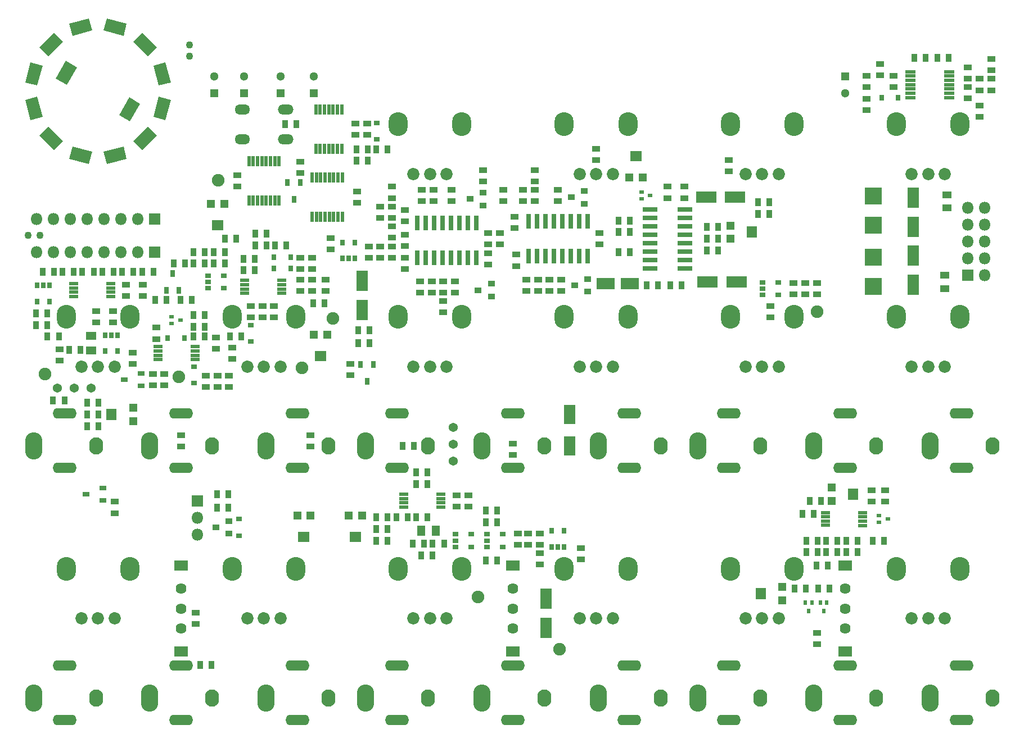
<source format=gbs>
G04 #@! TF.FileFunction,Soldermask,Bot*
%FSLAX46Y46*%
G04 Gerber Fmt 4.6, Leading zero omitted, Abs format (unit mm)*
G04 Created by KiCad (PCBNEW 4.0.2-stable) date 2017-11-28 12:45:38 PM*
%MOMM*%
G01*
G04 APERTURE LIST*
%ADD10C,0.200000*%
%ADD11C,1.370000*%
%ADD12O,2.600000X4.100000*%
%ADD13O,2.100000X2.600000*%
%ADD14O,3.600000X1.600000*%
%ADD15C,1.100000*%
%ADD16R,1.400480X0.500000*%
%ADD17R,0.912800X1.243000*%
%ADD18R,1.700200X3.099740*%
%ADD19R,1.243000X0.912800*%
%ADD20R,3.099740X1.700200*%
%ADD21R,2.700960X1.700200*%
%ADD22R,0.801040X1.100760*%
%ADD23R,0.862000X0.709600*%
%ADD24R,1.100760X0.801040*%
%ADD25R,0.709600X0.862000*%
%ADD26R,1.300000X1.300000*%
%ADD27C,1.300000*%
%ADD28R,2.497760X2.497760*%
%ADD29R,1.350000X1.100000*%
%ADD30R,1.800000X1.800000*%
%ADD31O,1.800000X1.800000*%
%ADD32R,1.000000X0.900000*%
%ADD33R,1.243000X1.497000*%
%ADD34C,1.624000*%
%ADD35R,2.100000X1.600000*%
%ADD36O,2.300000X1.500000*%
%ADD37O,2.350000X1.500000*%
%ADD38R,1.497000X1.243000*%
%ADD39R,1.700000X2.900000*%
%ADD40R,0.550000X1.550000*%
%ADD41R,0.550000X1.600000*%
%ADD42R,0.699440X2.299640*%
%ADD43R,2.299640X0.699440*%
%ADD44R,1.550000X0.550000*%
%ADD45R,1.700000X1.600000*%
%ADD46R,1.600000X1.700000*%
%ADD47R,0.700000X0.600000*%
%ADD48R,0.600000X0.700000*%
%ADD49R,0.900000X0.650000*%
%ADD50R,0.650000X0.900000*%
%ADD51C,1.900000*%
%ADD52O,2.900000X3.600000*%
%ADD53C,1.850000*%
G04 APERTURE END LIST*
D10*
D11*
X91900000Y-98750000D03*
X89360000Y-98750000D03*
X94440000Y-98750000D03*
D12*
X103300000Y-107500000D03*
D13*
X112700000Y-107500000D03*
D14*
X108000000Y-102600000D03*
X108000000Y-110800000D03*
D15*
X86750000Y-75750000D03*
X85000000Y-75750000D03*
X109250000Y-48750000D03*
D16*
X91806000Y-84955400D03*
X91806000Y-84320400D03*
X91806000Y-83660000D03*
X91806000Y-83025000D03*
X97394000Y-83025000D03*
X97394000Y-83672700D03*
X97394000Y-84320400D03*
X97394000Y-84968100D03*
D11*
X149000000Y-107250000D03*
X149000000Y-104710000D03*
X149000000Y-109790000D03*
D16*
X117556000Y-84455400D03*
X117556000Y-83820400D03*
X117556000Y-83160000D03*
X117556000Y-82525000D03*
X123144000Y-82525000D03*
X123144000Y-83172700D03*
X123144000Y-83820400D03*
X123144000Y-84468100D03*
X104556000Y-94455400D03*
X104556000Y-93820400D03*
X104556000Y-93160000D03*
X104556000Y-92525000D03*
X110144000Y-92525000D03*
X110144000Y-93172700D03*
X110144000Y-93820400D03*
X110144000Y-94468100D03*
D17*
X113399100Y-114750000D03*
X115100900Y-114750000D03*
D18*
X135250000Y-82550360D03*
X135250000Y-86949640D03*
D19*
X138000000Y-79100900D03*
X138000000Y-77399100D03*
X139750000Y-74399100D03*
X139750000Y-76100900D03*
D17*
X142100900Y-118250000D03*
X140399100Y-118250000D03*
D19*
X148750000Y-70600900D03*
X148750000Y-68899100D03*
D17*
X89600900Y-91000000D03*
X87899100Y-91000000D03*
X155600900Y-119000000D03*
X153899100Y-119000000D03*
D19*
X99750000Y-83149100D03*
X99750000Y-84850900D03*
X149250000Y-82649100D03*
X149250000Y-84350900D03*
X103750000Y-98350900D03*
X103750000Y-96649100D03*
X113250000Y-92850900D03*
X113250000Y-91149100D03*
X164750000Y-70600900D03*
X164750000Y-68899100D03*
X115250000Y-96899100D03*
X115250000Y-98600900D03*
D20*
X187050360Y-70000000D03*
X191449640Y-70000000D03*
D17*
X206850900Y-123500000D03*
X205149100Y-123500000D03*
X112899100Y-78250000D03*
X114600900Y-78250000D03*
D19*
X126000000Y-82399100D03*
X126000000Y-84100900D03*
X165250000Y-82399100D03*
X165250000Y-84100900D03*
D20*
X191699640Y-82750000D03*
X187300360Y-82750000D03*
D21*
X175550860Y-83000000D03*
X171949140Y-83000000D03*
D19*
X202000000Y-82899100D03*
X202000000Y-84600900D03*
D18*
X163000000Y-130550360D03*
X163000000Y-134949640D03*
D19*
X160250000Y-122350900D03*
X160250000Y-120649100D03*
X211250000Y-55149100D03*
X211250000Y-56850900D03*
D17*
X218399100Y-49000000D03*
X220100900Y-49000000D03*
X212149100Y-121750000D03*
X213850900Y-121750000D03*
X202649100Y-115750000D03*
X204350900Y-115750000D03*
D19*
X228250000Y-56149100D03*
X228250000Y-57850900D03*
X230000000Y-50850900D03*
X230000000Y-49149100D03*
D17*
X175600900Y-78250000D03*
X173899100Y-78250000D03*
X183350900Y-83250000D03*
X181649100Y-83250000D03*
D19*
X134250000Y-60600900D03*
X134250000Y-58899100D03*
X154250000Y-80100900D03*
X154250000Y-78399100D03*
X156500000Y-68899100D03*
X156500000Y-70600900D03*
D17*
X136100900Y-64500000D03*
X134399100Y-64500000D03*
D19*
X95250000Y-87149100D03*
X95250000Y-88850900D03*
D17*
X88850900Y-81250000D03*
X87149100Y-81250000D03*
D19*
X115750000Y-94350900D03*
X115750000Y-92649100D03*
X104250000Y-89649100D03*
X104250000Y-91350900D03*
D17*
X127899100Y-86000000D03*
X129600900Y-86000000D03*
D19*
X130500000Y-76149100D03*
X130500000Y-77850900D03*
X134500000Y-69149100D03*
X134500000Y-70850900D03*
D17*
X120850900Y-75500000D03*
X119149100Y-75500000D03*
D18*
X218250000Y-70050360D03*
X218250000Y-74449640D03*
X218250000Y-78800360D03*
X218250000Y-83199640D03*
D22*
X136000000Y-97770000D03*
X136952500Y-95230000D03*
X135047500Y-95230000D03*
X125000000Y-70270000D03*
X125952500Y-67730000D03*
X124047500Y-67730000D03*
D23*
X116750000Y-120994600D03*
X116750000Y-118505400D03*
D24*
X93730000Y-114750000D03*
X96270000Y-115702500D03*
X96270000Y-113797500D03*
D25*
X106005400Y-91250000D03*
X108494600Y-91250000D03*
D23*
X110000000Y-97994600D03*
X110000000Y-95505400D03*
X118500000Y-89255400D03*
X118500000Y-91744600D03*
D25*
X124494600Y-80750000D03*
X122005400Y-80750000D03*
X122005400Y-79000000D03*
X124494600Y-79000000D03*
D26*
X113000000Y-54270000D03*
D27*
X113000000Y-51730000D03*
D26*
X117500000Y-54270000D03*
D27*
X117500000Y-51730000D03*
D26*
X123000000Y-54270000D03*
D27*
X123000000Y-51730000D03*
D26*
X128000000Y-54270000D03*
D27*
X128000000Y-51730000D03*
D25*
X215994600Y-55000000D03*
X213505400Y-55000000D03*
D23*
X137500000Y-61244600D03*
X137500000Y-58755400D03*
D28*
X212250000Y-74199640D03*
X212250000Y-69800360D03*
X212250000Y-83449640D03*
X212250000Y-79050360D03*
D29*
X223300000Y-71600000D03*
X223300000Y-69600000D03*
X223000000Y-81750000D03*
X223000000Y-83750000D03*
D12*
X135800000Y-107500000D03*
D13*
X145200000Y-107500000D03*
D14*
X140500000Y-102600000D03*
X140500000Y-110800000D03*
D12*
X170800000Y-107500000D03*
D13*
X180200000Y-107500000D03*
D14*
X175500000Y-102600000D03*
X175500000Y-110800000D03*
D12*
X170800000Y-145500000D03*
D13*
X180200000Y-145500000D03*
D14*
X175500000Y-140600000D03*
X175500000Y-148800000D03*
D12*
X135800000Y-145500000D03*
D13*
X145200000Y-145500000D03*
D14*
X140500000Y-140600000D03*
X140500000Y-148800000D03*
D12*
X85800000Y-145500000D03*
D13*
X95200000Y-145500000D03*
D14*
X90500000Y-140600000D03*
X90500000Y-148800000D03*
D12*
X120800000Y-145500000D03*
D13*
X130200000Y-145500000D03*
D14*
X125500000Y-140600000D03*
X125500000Y-148800000D03*
D12*
X85800000Y-107500000D03*
D13*
X95200000Y-107500000D03*
D14*
X90500000Y-102600000D03*
X90500000Y-110800000D03*
D12*
X120800000Y-107500000D03*
D13*
X130200000Y-107500000D03*
D14*
X125500000Y-102600000D03*
X125500000Y-110800000D03*
D12*
X185800000Y-145500000D03*
D13*
X195200000Y-145500000D03*
D14*
X190500000Y-140600000D03*
X190500000Y-148800000D03*
D12*
X220800000Y-145500000D03*
D13*
X230200000Y-145500000D03*
D14*
X225500000Y-140600000D03*
X225500000Y-148800000D03*
D12*
X185800000Y-107500000D03*
D13*
X195200000Y-107500000D03*
D14*
X190500000Y-102600000D03*
X190500000Y-110800000D03*
D12*
X203300000Y-107500000D03*
D13*
X212700000Y-107500000D03*
D14*
X208000000Y-102600000D03*
X208000000Y-110800000D03*
D12*
X220800000Y-107500000D03*
D13*
X230200000Y-107500000D03*
D14*
X225500000Y-102600000D03*
X225500000Y-110800000D03*
D12*
X153300000Y-107500000D03*
D13*
X162700000Y-107500000D03*
D14*
X158000000Y-102600000D03*
X158000000Y-110800000D03*
D12*
X103300000Y-145500000D03*
D13*
X112700000Y-145500000D03*
D14*
X108000000Y-140600000D03*
X108000000Y-148800000D03*
D12*
X153300000Y-145500000D03*
D13*
X162700000Y-145500000D03*
D14*
X158000000Y-140600000D03*
X158000000Y-148800000D03*
D12*
X203300000Y-145500000D03*
D13*
X212700000Y-145500000D03*
D14*
X208000000Y-140600000D03*
X208000000Y-148800000D03*
D30*
X226500000Y-81750000D03*
D31*
X229040000Y-81750000D03*
X226500000Y-79210000D03*
X229040000Y-79210000D03*
X226500000Y-76670000D03*
X229040000Y-76670000D03*
X226500000Y-74130000D03*
X229040000Y-74130000D03*
X226500000Y-71590000D03*
X229040000Y-71590000D03*
D32*
X115250000Y-118800000D03*
X115250000Y-120700000D03*
X113250000Y-119750000D03*
D24*
X99480000Y-97500000D03*
X102020000Y-98452500D03*
X102020000Y-96547500D03*
D17*
X91850900Y-81250000D03*
X90149100Y-81250000D03*
X94850900Y-81250000D03*
X93149100Y-81250000D03*
D19*
X133500000Y-96850900D03*
X133500000Y-95149100D03*
X126000000Y-64649100D03*
X126000000Y-66350900D03*
X108000000Y-105899100D03*
X108000000Y-107600900D03*
D17*
X97850900Y-81250000D03*
X96149100Y-81250000D03*
X100850900Y-81250000D03*
X99149100Y-81250000D03*
X113399100Y-116750000D03*
X115100900Y-116750000D03*
X136350900Y-92000000D03*
X134649100Y-92000000D03*
X136350900Y-90000000D03*
X134649100Y-90000000D03*
D19*
X98000000Y-117600900D03*
X98000000Y-115899100D03*
D17*
X103850900Y-81250000D03*
X102149100Y-81250000D03*
D19*
X151250000Y-114899100D03*
X151250000Y-116600900D03*
X136250000Y-77399100D03*
X136250000Y-79100900D03*
X139750000Y-79100900D03*
X139750000Y-77399100D03*
X149500000Y-116600900D03*
X149500000Y-114899100D03*
X139750000Y-73100900D03*
X139750000Y-71399100D03*
D17*
X143399100Y-113250000D03*
X145100900Y-113250000D03*
X139100900Y-121750000D03*
X137399100Y-121750000D03*
X143100900Y-107500000D03*
X141399100Y-107500000D03*
X139100900Y-120000000D03*
X137399100Y-120000000D03*
D19*
X138000000Y-73100900D03*
X138000000Y-71399100D03*
X139750000Y-68399100D03*
X139750000Y-70100900D03*
X141750000Y-77350900D03*
X141750000Y-75649100D03*
D17*
X139100900Y-118250000D03*
X137399100Y-118250000D03*
D19*
X144250000Y-68899100D03*
X144250000Y-70600900D03*
D17*
X86149100Y-87500000D03*
X87850900Y-87500000D03*
X90450900Y-100600000D03*
X88749100Y-100600000D03*
X95600900Y-101000000D03*
X93899100Y-101000000D03*
X86149100Y-89250000D03*
X87850900Y-89250000D03*
X95600900Y-104500000D03*
X93899100Y-104500000D03*
X95600900Y-102750000D03*
X93899100Y-102750000D03*
X145100900Y-111500000D03*
X143399100Y-111500000D03*
X145100900Y-118250000D03*
X143399100Y-118250000D03*
X142899100Y-122250000D03*
X144600900Y-122250000D03*
D19*
X141750000Y-73600900D03*
X141750000Y-71899100D03*
X89750000Y-94600900D03*
X89750000Y-92899100D03*
D33*
X146329500Y-120250000D03*
X144170500Y-120250000D03*
D19*
X146000000Y-68899100D03*
X146000000Y-70600900D03*
D17*
X147600900Y-122250000D03*
X145899100Y-122250000D03*
D19*
X153500000Y-65899100D03*
X153500000Y-67600900D03*
D17*
X144149100Y-124000000D03*
X145850900Y-124000000D03*
D19*
X154250000Y-77100900D03*
X154250000Y-75399100D03*
D17*
X153899100Y-124750000D03*
X155600900Y-124750000D03*
X153899100Y-117250000D03*
X155600900Y-117250000D03*
D19*
X144000000Y-84350900D03*
X144000000Y-82649100D03*
D17*
X91149100Y-93000000D03*
X92850900Y-93000000D03*
D19*
X141750000Y-79149100D03*
X141750000Y-80850900D03*
X102250000Y-83149100D03*
X102250000Y-84850900D03*
X145750000Y-84350900D03*
X145750000Y-82649100D03*
X97750000Y-87149100D03*
X97750000Y-88850900D03*
X147500000Y-82649100D03*
X147500000Y-84350900D03*
X100750000Y-93399100D03*
X100750000Y-95100900D03*
X156000000Y-75399100D03*
X156000000Y-77100900D03*
X127500000Y-107600900D03*
X127500000Y-105899100D03*
X159500000Y-68899100D03*
X159500000Y-70600900D03*
X105500000Y-96649100D03*
X105500000Y-98350900D03*
D17*
X109899100Y-91000000D03*
X111600900Y-91000000D03*
D19*
X122000000Y-88100900D03*
X122000000Y-86399100D03*
D17*
X109899100Y-87750000D03*
X111600900Y-87750000D03*
X107899100Y-85500000D03*
X109600900Y-85500000D03*
X109899100Y-89500000D03*
X111600900Y-89500000D03*
D19*
X120250000Y-88100900D03*
X120250000Y-86399100D03*
X158250000Y-74600900D03*
X158250000Y-72899100D03*
X161250000Y-68899100D03*
X161250000Y-70600900D03*
D17*
X117399100Y-79250000D03*
X119100900Y-79250000D03*
X104149100Y-85500000D03*
X105850900Y-85500000D03*
X108600900Y-80000000D03*
X106899100Y-80000000D03*
D19*
X113500000Y-98600900D03*
X113500000Y-96899100D03*
X161250000Y-65899100D03*
X161250000Y-67600900D03*
X111750000Y-96899100D03*
X111750000Y-98600900D03*
D17*
X117399100Y-81000000D03*
X119100900Y-81000000D03*
X203649100Y-125500000D03*
X205350900Y-125500000D03*
D19*
X171000000Y-77100900D03*
X171000000Y-75399100D03*
D17*
X209850900Y-123500000D03*
X208149100Y-123500000D03*
X209850900Y-121750000D03*
X208149100Y-121750000D03*
X196600900Y-72500000D03*
X194899100Y-72500000D03*
D19*
X190500000Y-64399100D03*
X190500000Y-66100900D03*
D17*
X196600900Y-70750000D03*
X194899100Y-70750000D03*
D19*
X118500000Y-86399100D03*
X118500000Y-88100900D03*
X160000000Y-84100900D03*
X160000000Y-82399100D03*
D17*
X123850900Y-77250000D03*
X122149100Y-77250000D03*
X111600900Y-78250000D03*
X109899100Y-78250000D03*
X109899100Y-80000000D03*
X111600900Y-80000000D03*
X115399100Y-91000000D03*
X117100900Y-91000000D03*
X119149100Y-77250000D03*
X120850900Y-77250000D03*
X188850900Y-74500000D03*
X187149100Y-74500000D03*
X206850900Y-121750000D03*
X205149100Y-121750000D03*
D19*
X126000000Y-80850900D03*
X126000000Y-79149100D03*
X127750000Y-79149100D03*
X127750000Y-80850900D03*
D17*
X112899100Y-80000000D03*
X114600900Y-80000000D03*
X187149100Y-78000000D03*
X188850900Y-78000000D03*
X188850900Y-76250000D03*
X187149100Y-76250000D03*
D19*
X158500000Y-78649100D03*
X158500000Y-80350900D03*
X127750000Y-82399100D03*
X127750000Y-84100900D03*
D17*
X203850900Y-123500000D03*
X202149100Y-123500000D03*
D19*
X161750000Y-84100900D03*
X161750000Y-82399100D03*
D17*
X114649100Y-76250000D03*
X116350900Y-76250000D03*
X202100900Y-129000000D03*
X200399100Y-129000000D03*
X203850900Y-121750000D03*
X202149100Y-121750000D03*
D19*
X163500000Y-82399100D03*
X163500000Y-84100900D03*
X129750000Y-84100900D03*
X129750000Y-82399100D03*
X203750000Y-137350900D03*
X203750000Y-135649100D03*
X212000000Y-115850900D03*
X212000000Y-114149100D03*
X183750000Y-70100900D03*
X183750000Y-68399100D03*
X147500000Y-87350900D03*
X147500000Y-85649100D03*
D17*
X203899100Y-129000000D03*
X205600900Y-129000000D03*
X179850900Y-83250000D03*
X178149100Y-83250000D03*
X175600900Y-73500000D03*
X173899100Y-73500000D03*
D19*
X200250000Y-82899100D03*
X200250000Y-84600900D03*
D17*
X173899100Y-75250000D03*
X175600900Y-75250000D03*
D19*
X203750000Y-84600900D03*
X203750000Y-82899100D03*
X196750000Y-86399100D03*
X196750000Y-88100900D03*
X214000000Y-114149100D03*
X214000000Y-115850900D03*
X158000000Y-108850900D03*
X158000000Y-107149100D03*
X230000000Y-52149100D03*
X230000000Y-53850900D03*
X228250000Y-53850900D03*
X228250000Y-52149100D03*
X226500000Y-52100900D03*
X226500000Y-50399100D03*
X226500000Y-53399100D03*
X226500000Y-55100900D03*
X215250000Y-53350900D03*
X215250000Y-51649100D03*
X170500000Y-64350900D03*
X170500000Y-62649100D03*
X162000000Y-125350900D03*
X162000000Y-123649100D03*
X116500000Y-68350900D03*
X116500000Y-66649100D03*
X168250000Y-124600900D03*
X168250000Y-122899100D03*
D17*
X112600900Y-140500000D03*
X110899100Y-140500000D03*
X223600900Y-49000000D03*
X221899100Y-49000000D03*
D19*
X162000000Y-122350900D03*
X162000000Y-120649100D03*
X213250000Y-49899100D03*
X213250000Y-51600900D03*
X158750000Y-122350900D03*
X158750000Y-120649100D03*
X211250000Y-51649100D03*
X211250000Y-53350900D03*
X136000000Y-60600900D03*
X136000000Y-58899100D03*
D17*
X134399100Y-62750000D03*
X136100900Y-62750000D03*
X137399100Y-62750000D03*
X139100900Y-62750000D03*
X125350900Y-59000000D03*
X123649100Y-59000000D03*
D34*
X158000000Y-135000000D03*
X158000000Y-132000000D03*
X158000000Y-129000000D03*
D35*
X158000000Y-138500000D03*
X158000000Y-125500000D03*
D34*
X208000000Y-135000000D03*
X208000000Y-132000000D03*
X208000000Y-129000000D03*
D35*
X208000000Y-138500000D03*
X208000000Y-125500000D03*
D36*
X117250000Y-56750000D03*
X117250000Y-61250000D03*
D37*
X123750000Y-56750000D03*
X123750000Y-61250000D03*
D38*
X94500000Y-90920500D03*
X94500000Y-93079500D03*
D39*
X166500000Y-107500000D03*
D40*
X132200000Y-62700000D03*
X131550000Y-62700000D03*
X130900000Y-62700000D03*
X130250000Y-62700000D03*
X129600000Y-62700000D03*
X128950000Y-62700000D03*
X128300000Y-62700000D03*
X128300000Y-56800000D03*
X128950000Y-56800000D03*
X129600000Y-56800000D03*
X130250000Y-56800000D03*
X130900000Y-56800000D03*
X131550000Y-56800000D03*
X132200000Y-56800000D03*
D41*
X127725000Y-67050000D03*
X128375000Y-67050000D03*
X129025000Y-67050000D03*
X129675000Y-67050000D03*
X130325000Y-67050000D03*
X130975000Y-67050000D03*
X131625000Y-67050000D03*
X132275000Y-67050000D03*
X132275000Y-72950000D03*
X131625000Y-72950000D03*
X130975000Y-72950000D03*
X130325000Y-72950000D03*
X129675000Y-72950000D03*
X129025000Y-72950000D03*
X128375000Y-72950000D03*
X127725000Y-72950000D03*
D42*
X143555000Y-73901580D03*
X144825000Y-73901580D03*
X146095000Y-73901580D03*
X147365000Y-73901580D03*
X148635000Y-73901580D03*
X149905000Y-73901580D03*
X151175000Y-73901580D03*
X152445000Y-73901580D03*
X152445000Y-79098420D03*
X151175000Y-79098420D03*
X149905000Y-79098420D03*
X148635000Y-79098420D03*
X147365000Y-79098420D03*
X146095000Y-79098420D03*
X144825000Y-79098420D03*
X143555000Y-79098420D03*
X160305000Y-73651580D03*
X161575000Y-73651580D03*
X162845000Y-73651580D03*
X164115000Y-73651580D03*
X165385000Y-73651580D03*
X166655000Y-73651580D03*
X167925000Y-73651580D03*
X169195000Y-73651580D03*
X169195000Y-78848420D03*
X167925000Y-78848420D03*
X166655000Y-78848420D03*
X165385000Y-78848420D03*
X164115000Y-78848420D03*
X162845000Y-78848420D03*
X161575000Y-78848420D03*
X160305000Y-78848420D03*
D43*
X183848420Y-71805000D03*
X183848420Y-73075000D03*
X183848420Y-74345000D03*
X183848420Y-75615000D03*
X183848420Y-76885000D03*
X183848420Y-78155000D03*
X183848420Y-79425000D03*
X183848420Y-80695000D03*
X178651580Y-80695000D03*
X178651580Y-79425000D03*
X178651580Y-78155000D03*
X178651580Y-76885000D03*
X178651580Y-75615000D03*
X178651580Y-74345000D03*
X178651580Y-73075000D03*
X178651580Y-71805000D03*
D16*
X141556000Y-116705400D03*
X141556000Y-116070400D03*
X141556000Y-115410000D03*
X141556000Y-114775000D03*
X147144000Y-114775000D03*
X147144000Y-115422700D03*
X147144000Y-116070400D03*
X147144000Y-116718100D03*
X205056000Y-119455400D03*
X205056000Y-118820400D03*
X205056000Y-118160000D03*
X205056000Y-117525000D03*
X210644000Y-117525000D03*
X210644000Y-118172700D03*
X210644000Y-118820400D03*
X210644000Y-119468100D03*
D44*
X217800000Y-54950000D03*
X217800000Y-54300000D03*
X217800000Y-53650000D03*
X217800000Y-53000000D03*
X217800000Y-52350000D03*
X217800000Y-51700000D03*
X217800000Y-51050000D03*
X223700000Y-51050000D03*
X223700000Y-51700000D03*
X223700000Y-52350000D03*
X223700000Y-53000000D03*
X223700000Y-53650000D03*
X223700000Y-54300000D03*
X223700000Y-54950000D03*
D41*
X118225000Y-64550000D03*
X118875000Y-64550000D03*
X119525000Y-64550000D03*
X120175000Y-64550000D03*
X120825000Y-64550000D03*
X121475000Y-64550000D03*
X122125000Y-64550000D03*
X122775000Y-64550000D03*
X122775000Y-70450000D03*
X122125000Y-70450000D03*
X121475000Y-70450000D03*
X120825000Y-70450000D03*
X120175000Y-70450000D03*
X119525000Y-70450000D03*
X118875000Y-70450000D03*
X118225000Y-70450000D03*
D45*
X113500000Y-74200000D03*
D26*
X112500000Y-70950000D03*
X114500000Y-70950000D03*
D45*
X134250000Y-121200000D03*
D26*
X133250000Y-117950000D03*
X135250000Y-117950000D03*
D46*
X97550000Y-102750000D03*
D26*
X100800000Y-101750000D03*
X100800000Y-103750000D03*
D45*
X126500000Y-121200000D03*
D26*
X125500000Y-117950000D03*
X127500000Y-117950000D03*
D45*
X129000000Y-93950000D03*
D26*
X128000000Y-90700000D03*
X130000000Y-90700000D03*
D46*
X193950000Y-75250000D03*
D26*
X190700000Y-76250000D03*
X190700000Y-74250000D03*
D46*
X195300000Y-129750000D03*
D26*
X198550000Y-128750000D03*
X198550000Y-130750000D03*
D46*
X209200000Y-114750000D03*
D26*
X205950000Y-115750000D03*
X205950000Y-113750000D03*
D45*
X176500000Y-63800000D03*
D26*
X177500000Y-67050000D03*
X175500000Y-67050000D03*
D19*
X110250000Y-132649100D03*
X110250000Y-134350900D03*
D34*
X108000000Y-135000000D03*
X108000000Y-132000000D03*
X108000000Y-129000000D03*
D35*
X108000000Y-138500000D03*
X108000000Y-125500000D03*
D30*
X110500000Y-115750000D03*
D31*
X110500000Y-118290000D03*
X110500000Y-120830000D03*
D10*
G36*
X99341307Y-62341201D02*
X99833063Y-64176460D01*
X96838693Y-64978799D01*
X96346937Y-63143540D01*
X99341307Y-62341201D01*
X99341307Y-62341201D01*
G37*
G36*
X102994264Y-59302233D02*
X104337767Y-60645736D01*
X102145736Y-62837767D01*
X100802233Y-61494264D01*
X102994264Y-59302233D01*
X102994264Y-59302233D01*
G37*
G36*
X104643540Y-54846937D02*
X106478799Y-55338693D01*
X105676460Y-58333063D01*
X103841201Y-57841307D01*
X104643540Y-54846937D01*
X104643540Y-54846937D01*
G37*
G36*
X106478799Y-52661307D02*
X104643540Y-53153063D01*
X103841201Y-50158693D01*
X105676460Y-49666937D01*
X106478799Y-52661307D01*
X106478799Y-52661307D01*
G37*
G36*
X104337767Y-47354264D02*
X102994264Y-48697767D01*
X100802233Y-46505736D01*
X102145736Y-45162233D01*
X104337767Y-47354264D01*
X104337767Y-47354264D01*
G37*
G36*
X99833063Y-43823540D02*
X99341307Y-45658799D01*
X96346937Y-44856460D01*
X96838693Y-43021201D01*
X99833063Y-43823540D01*
X99833063Y-43823540D01*
G37*
G36*
X90692276Y-49432661D02*
X92337724Y-50382661D01*
X90787724Y-53067339D01*
X89142276Y-52117339D01*
X90692276Y-49432661D01*
X90692276Y-49432661D01*
G37*
G36*
X100212276Y-54932661D02*
X101857724Y-55882661D01*
X100307724Y-58567339D01*
X98662276Y-57617339D01*
X100212276Y-54932661D01*
X100212276Y-54932661D01*
G37*
G36*
X94653063Y-63143540D02*
X94161307Y-64978799D01*
X91166937Y-64176460D01*
X91658693Y-62341201D01*
X94653063Y-63143540D01*
X94653063Y-63143540D01*
G37*
G36*
X90197767Y-61494264D02*
X88854264Y-62837767D01*
X86662233Y-60645736D01*
X88005736Y-59302233D01*
X90197767Y-61494264D01*
X90197767Y-61494264D01*
G37*
G36*
X87158799Y-57841307D02*
X85323540Y-58333063D01*
X84521201Y-55338693D01*
X86356460Y-54846937D01*
X87158799Y-57841307D01*
X87158799Y-57841307D01*
G37*
G36*
X85323540Y-49666937D02*
X87158799Y-50158693D01*
X86356460Y-53153063D01*
X84521201Y-52661307D01*
X85323540Y-49666937D01*
X85323540Y-49666937D01*
G37*
G36*
X88854264Y-45162233D02*
X90197767Y-46505736D01*
X88005736Y-48697767D01*
X86662233Y-47354264D01*
X88854264Y-45162233D01*
X88854264Y-45162233D01*
G37*
G36*
X94161307Y-43021201D02*
X94653063Y-44856460D01*
X91658693Y-45658799D01*
X91166937Y-43823540D01*
X94161307Y-43021201D01*
X94161307Y-43021201D01*
G37*
D19*
X181250000Y-70100900D03*
X181250000Y-68399100D03*
D15*
X109250000Y-47000000D03*
D47*
X178650000Y-69750000D03*
X177350000Y-70250000D03*
X177350000Y-69250000D03*
X107900000Y-88500000D03*
X106600000Y-89000000D03*
X106600000Y-88000000D03*
D48*
X202500000Y-132400000D03*
X202000000Y-131100000D03*
X203000000Y-131100000D03*
X204750000Y-132400000D03*
X204250000Y-131100000D03*
X205250000Y-131100000D03*
D47*
X214400000Y-118500000D03*
X213100000Y-119000000D03*
X213100000Y-118000000D03*
D22*
X106750000Y-81480000D03*
X105797500Y-84020000D03*
X107702500Y-84020000D03*
D49*
X154050000Y-121750000D03*
X154050000Y-122700000D03*
X154050000Y-120800000D03*
X156450000Y-122700000D03*
X156450000Y-120800000D03*
D50*
X164750000Y-122700000D03*
X165700000Y-122700000D03*
X163800000Y-122700000D03*
X165700000Y-120300000D03*
X163800000Y-120300000D03*
D49*
X195550000Y-83750000D03*
X195550000Y-84700000D03*
X195550000Y-82800000D03*
X197950000Y-84700000D03*
X197950000Y-82800000D03*
X112050000Y-82750000D03*
X112050000Y-83700000D03*
X112050000Y-81800000D03*
X114450000Y-83700000D03*
X114450000Y-81800000D03*
D50*
X87250000Y-83300000D03*
X86300000Y-83300000D03*
X88200000Y-83300000D03*
X86300000Y-85700000D03*
X88200000Y-85700000D03*
X133250000Y-79200000D03*
X134200000Y-79200000D03*
X132300000Y-79200000D03*
X134200000Y-76800000D03*
X132300000Y-76800000D03*
D30*
X104000000Y-78250000D03*
D31*
X101460000Y-78250000D03*
X98920000Y-78250000D03*
X96380000Y-78250000D03*
X93840000Y-78250000D03*
X91300000Y-78250000D03*
X88760000Y-78250000D03*
X86220000Y-78250000D03*
D30*
X104000000Y-73250000D03*
D31*
X101460000Y-73250000D03*
X98920000Y-73250000D03*
X96380000Y-73250000D03*
X93840000Y-73250000D03*
X91300000Y-73250000D03*
X88760000Y-73250000D03*
X86220000Y-73250000D03*
D51*
X152750000Y-130250000D03*
X107700000Y-97050000D03*
X203750000Y-87250000D03*
X165000000Y-138100000D03*
D49*
X149300000Y-121750000D03*
X149300000Y-122700000D03*
X149300000Y-120800000D03*
X151700000Y-122700000D03*
X151700000Y-120800000D03*
D50*
X97500000Y-90800000D03*
X96550000Y-90800000D03*
X98450000Y-90800000D03*
X96550000Y-93200000D03*
X98450000Y-93200000D03*
D32*
X153500000Y-69300000D03*
X153500000Y-71200000D03*
X151500000Y-70250000D03*
X168750000Y-69050000D03*
X168750000Y-70950000D03*
X166750000Y-70000000D03*
X169250000Y-82300000D03*
X169250000Y-84200000D03*
X167250000Y-83250000D03*
D52*
X150300000Y-88000000D03*
X140700000Y-88000000D03*
D53*
X148000000Y-95500000D03*
X145500000Y-95500000D03*
X143000000Y-95500000D03*
D52*
X175300000Y-88000000D03*
X165700000Y-88000000D03*
D53*
X173000000Y-95500000D03*
X170500000Y-95500000D03*
X168000000Y-95500000D03*
D52*
X175300000Y-126000000D03*
X165700000Y-126000000D03*
D53*
X173000000Y-133500000D03*
X170500000Y-133500000D03*
X168000000Y-133500000D03*
D52*
X150300000Y-59000000D03*
X140700000Y-59000000D03*
D53*
X148000000Y-66500000D03*
X145500000Y-66500000D03*
X143000000Y-66500000D03*
D52*
X150300000Y-126000000D03*
X140700000Y-126000000D03*
D53*
X148000000Y-133500000D03*
X145500000Y-133500000D03*
X143000000Y-133500000D03*
D52*
X100300000Y-88000000D03*
X90700000Y-88000000D03*
D53*
X98000000Y-95500000D03*
X95500000Y-95500000D03*
X93000000Y-95500000D03*
D52*
X100300000Y-126000000D03*
X90700000Y-126000000D03*
D53*
X98000000Y-133500000D03*
X95500000Y-133500000D03*
X93000000Y-133500000D03*
D52*
X125300000Y-126000000D03*
X115700000Y-126000000D03*
D53*
X123000000Y-133500000D03*
X120500000Y-133500000D03*
X118000000Y-133500000D03*
D52*
X125300000Y-88000000D03*
X115700000Y-88000000D03*
D53*
X123000000Y-95500000D03*
X120500000Y-95500000D03*
X118000000Y-95500000D03*
D52*
X200300000Y-59000000D03*
X190700000Y-59000000D03*
D53*
X198000000Y-66500000D03*
X195500000Y-66500000D03*
X193000000Y-66500000D03*
D52*
X200300000Y-126000000D03*
X190700000Y-126000000D03*
D53*
X198000000Y-133500000D03*
X195500000Y-133500000D03*
X193000000Y-133500000D03*
D52*
X225300000Y-126000000D03*
X215700000Y-126000000D03*
D53*
X223000000Y-133500000D03*
X220500000Y-133500000D03*
X218000000Y-133500000D03*
D52*
X200300000Y-88000000D03*
X190700000Y-88000000D03*
D53*
X198000000Y-95500000D03*
X195500000Y-95500000D03*
X193000000Y-95500000D03*
D52*
X225300000Y-59000000D03*
X215700000Y-59000000D03*
D53*
X223000000Y-66500000D03*
X220500000Y-66500000D03*
X218000000Y-66500000D03*
D52*
X225300000Y-88000000D03*
X215700000Y-88000000D03*
D53*
X223000000Y-95500000D03*
X220500000Y-95500000D03*
X218000000Y-95500000D03*
D52*
X175300000Y-59000000D03*
X165700000Y-59000000D03*
D53*
X173000000Y-66500000D03*
X170500000Y-66500000D03*
X168000000Y-66500000D03*
D26*
X208000000Y-51730000D03*
D27*
X208000000Y-54270000D03*
D32*
X154750000Y-83050000D03*
X154750000Y-84950000D03*
X152750000Y-84000000D03*
D17*
X201549100Y-117700000D03*
X203250900Y-117700000D03*
D51*
X126200000Y-95700000D03*
X113600000Y-67400000D03*
X130900000Y-88300000D03*
D39*
X166500000Y-102700000D03*
D51*
X87500000Y-96600000D03*
M02*

</source>
